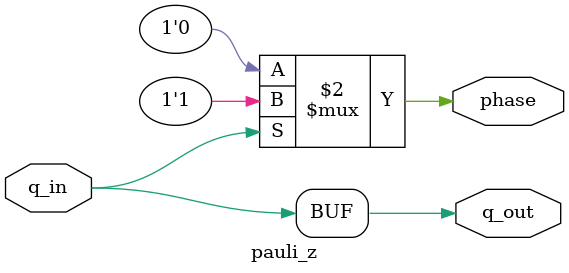
<source format=v>
module pauli_z(input wire q_in, output reg q_out, output reg phase);
    always @(*) begin
        q_out = q_in;
        phase = (q_in) ? 1'b1 : 1'b0; // 1 means negative phase
    end
endmodule

</source>
